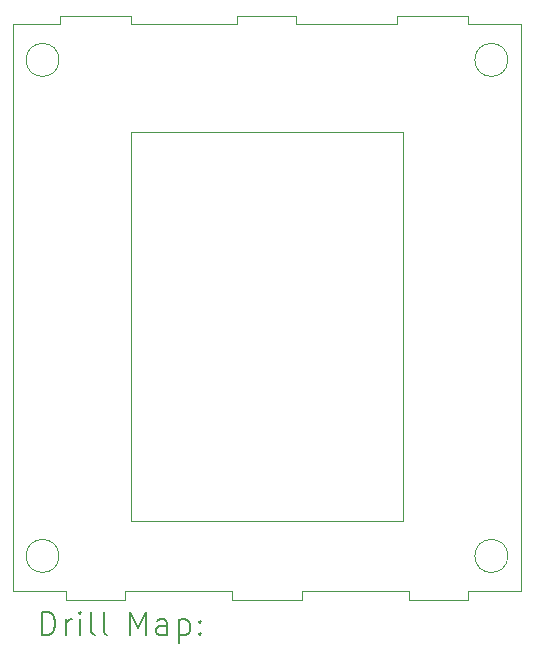
<source format=gbr>
%TF.GenerationSoftware,KiCad,Pcbnew,(7.0.0-0)*%
%TF.CreationDate,2024-03-30T14:09:14+02:00*%
%TF.ProjectId,radio-battery-replacement,72616469-6f2d-4626-9174-746572792d72,rev?*%
%TF.SameCoordinates,Original*%
%TF.FileFunction,Drillmap*%
%TF.FilePolarity,Positive*%
%FSLAX45Y45*%
G04 Gerber Fmt 4.5, Leading zero omitted, Abs format (unit mm)*
G04 Created by KiCad (PCBNEW (7.0.0-0)) date 2024-03-30 14:09:14*
%MOMM*%
%LPD*%
G01*
G04 APERTURE LIST*
%ADD10C,0.050000*%
%ADD11C,0.200000*%
G04 APERTURE END LIST*
D10*
X9000000Y-7000000D02*
X9000000Y-11800000D01*
X9450000Y-11875000D02*
X9950000Y-11875000D01*
X11450000Y-11800000D02*
X12350000Y-11800000D01*
X12350000Y-11875000D02*
X12850000Y-11875000D01*
X12350000Y-11800000D02*
X12350000Y-11875000D01*
X9450000Y-11800000D02*
X9450000Y-11875000D01*
X12850000Y-11875000D02*
X12850000Y-11800000D01*
X9450000Y-11800000D02*
X9000000Y-11800000D01*
X9950000Y-11875000D02*
X9950000Y-11800000D01*
X9950000Y-11800000D02*
X10850000Y-11800000D01*
X12850000Y-11800000D02*
X13300000Y-11800000D01*
X13300000Y-11800000D02*
X13300000Y-7000000D01*
X12250000Y-7000000D02*
X11400000Y-7000000D01*
X11400000Y-6925000D02*
X10900000Y-6925000D01*
X12250000Y-6925000D02*
X12250000Y-7000000D01*
X12850000Y-7000000D02*
X13300000Y-7000000D01*
X11400000Y-7000000D02*
X11400000Y-6925000D01*
X10900000Y-6925000D02*
X10900000Y-7000000D01*
X9400000Y-6925000D02*
X9400000Y-7000000D01*
X12850000Y-7000000D02*
X12850000Y-6925000D01*
X10000000Y-7000000D02*
X10000000Y-6925000D01*
X9400000Y-7000000D02*
X9000000Y-7000000D01*
X10000000Y-6925000D02*
X9400000Y-6925000D01*
X10900000Y-7000000D02*
X10000000Y-7000000D01*
X12850000Y-6925000D02*
X12250000Y-6925000D01*
X11450000Y-11875000D02*
X11450000Y-11800000D01*
X10850000Y-11800000D02*
X10850000Y-11875000D01*
X10850000Y-11875000D02*
X11450000Y-11875000D01*
X9390000Y-11500000D02*
G75*
G03*
X9390000Y-11500000I-140000J0D01*
G01*
X13190000Y-11500000D02*
G75*
G03*
X13190000Y-11500000I-140000J0D01*
G01*
X9390000Y-7300000D02*
G75*
G03*
X9390000Y-7300000I-140000J0D01*
G01*
X10000000Y-7910000D02*
X12300000Y-7910000D01*
X12300000Y-7910000D02*
X12300000Y-11200000D01*
X12300000Y-11200000D02*
X10000000Y-11200000D01*
X10000000Y-11200000D02*
X10000000Y-7910000D01*
X13190000Y-7300000D02*
G75*
G03*
X13190000Y-7300000I-140000J0D01*
G01*
D11*
X9245119Y-12170976D02*
X9245119Y-11970976D01*
X9245119Y-11970976D02*
X9292738Y-11970976D01*
X9292738Y-11970976D02*
X9321310Y-11980500D01*
X9321310Y-11980500D02*
X9340357Y-11999548D01*
X9340357Y-11999548D02*
X9349881Y-12018595D01*
X9349881Y-12018595D02*
X9359405Y-12056690D01*
X9359405Y-12056690D02*
X9359405Y-12085262D01*
X9359405Y-12085262D02*
X9349881Y-12123357D01*
X9349881Y-12123357D02*
X9340357Y-12142405D01*
X9340357Y-12142405D02*
X9321310Y-12161452D01*
X9321310Y-12161452D02*
X9292738Y-12170976D01*
X9292738Y-12170976D02*
X9245119Y-12170976D01*
X9445119Y-12170976D02*
X9445119Y-12037643D01*
X9445119Y-12075738D02*
X9454643Y-12056690D01*
X9454643Y-12056690D02*
X9464167Y-12047167D01*
X9464167Y-12047167D02*
X9483214Y-12037643D01*
X9483214Y-12037643D02*
X9502262Y-12037643D01*
X9568929Y-12170976D02*
X9568929Y-12037643D01*
X9568929Y-11970976D02*
X9559405Y-11980500D01*
X9559405Y-11980500D02*
X9568929Y-11990024D01*
X9568929Y-11990024D02*
X9578452Y-11980500D01*
X9578452Y-11980500D02*
X9568929Y-11970976D01*
X9568929Y-11970976D02*
X9568929Y-11990024D01*
X9692738Y-12170976D02*
X9673690Y-12161452D01*
X9673690Y-12161452D02*
X9664167Y-12142405D01*
X9664167Y-12142405D02*
X9664167Y-11970976D01*
X9797500Y-12170976D02*
X9778452Y-12161452D01*
X9778452Y-12161452D02*
X9768929Y-12142405D01*
X9768929Y-12142405D02*
X9768929Y-11970976D01*
X9993690Y-12170976D02*
X9993690Y-11970976D01*
X9993690Y-11970976D02*
X10060357Y-12113833D01*
X10060357Y-12113833D02*
X10127024Y-11970976D01*
X10127024Y-11970976D02*
X10127024Y-12170976D01*
X10307976Y-12170976D02*
X10307976Y-12066214D01*
X10307976Y-12066214D02*
X10298452Y-12047167D01*
X10298452Y-12047167D02*
X10279405Y-12037643D01*
X10279405Y-12037643D02*
X10241309Y-12037643D01*
X10241309Y-12037643D02*
X10222262Y-12047167D01*
X10307976Y-12161452D02*
X10288929Y-12170976D01*
X10288929Y-12170976D02*
X10241309Y-12170976D01*
X10241309Y-12170976D02*
X10222262Y-12161452D01*
X10222262Y-12161452D02*
X10212738Y-12142405D01*
X10212738Y-12142405D02*
X10212738Y-12123357D01*
X10212738Y-12123357D02*
X10222262Y-12104309D01*
X10222262Y-12104309D02*
X10241309Y-12094786D01*
X10241309Y-12094786D02*
X10288929Y-12094786D01*
X10288929Y-12094786D02*
X10307976Y-12085262D01*
X10403214Y-12037643D02*
X10403214Y-12237643D01*
X10403214Y-12047167D02*
X10422262Y-12037643D01*
X10422262Y-12037643D02*
X10460357Y-12037643D01*
X10460357Y-12037643D02*
X10479405Y-12047167D01*
X10479405Y-12047167D02*
X10488929Y-12056690D01*
X10488929Y-12056690D02*
X10498452Y-12075738D01*
X10498452Y-12075738D02*
X10498452Y-12132881D01*
X10498452Y-12132881D02*
X10488929Y-12151928D01*
X10488929Y-12151928D02*
X10479405Y-12161452D01*
X10479405Y-12161452D02*
X10460357Y-12170976D01*
X10460357Y-12170976D02*
X10422262Y-12170976D01*
X10422262Y-12170976D02*
X10403214Y-12161452D01*
X10584167Y-12151928D02*
X10593690Y-12161452D01*
X10593690Y-12161452D02*
X10584167Y-12170976D01*
X10584167Y-12170976D02*
X10574643Y-12161452D01*
X10574643Y-12161452D02*
X10584167Y-12151928D01*
X10584167Y-12151928D02*
X10584167Y-12170976D01*
X10584167Y-12047167D02*
X10593690Y-12056690D01*
X10593690Y-12056690D02*
X10584167Y-12066214D01*
X10584167Y-12066214D02*
X10574643Y-12056690D01*
X10574643Y-12056690D02*
X10584167Y-12047167D01*
X10584167Y-12047167D02*
X10584167Y-12066214D01*
M02*

</source>
